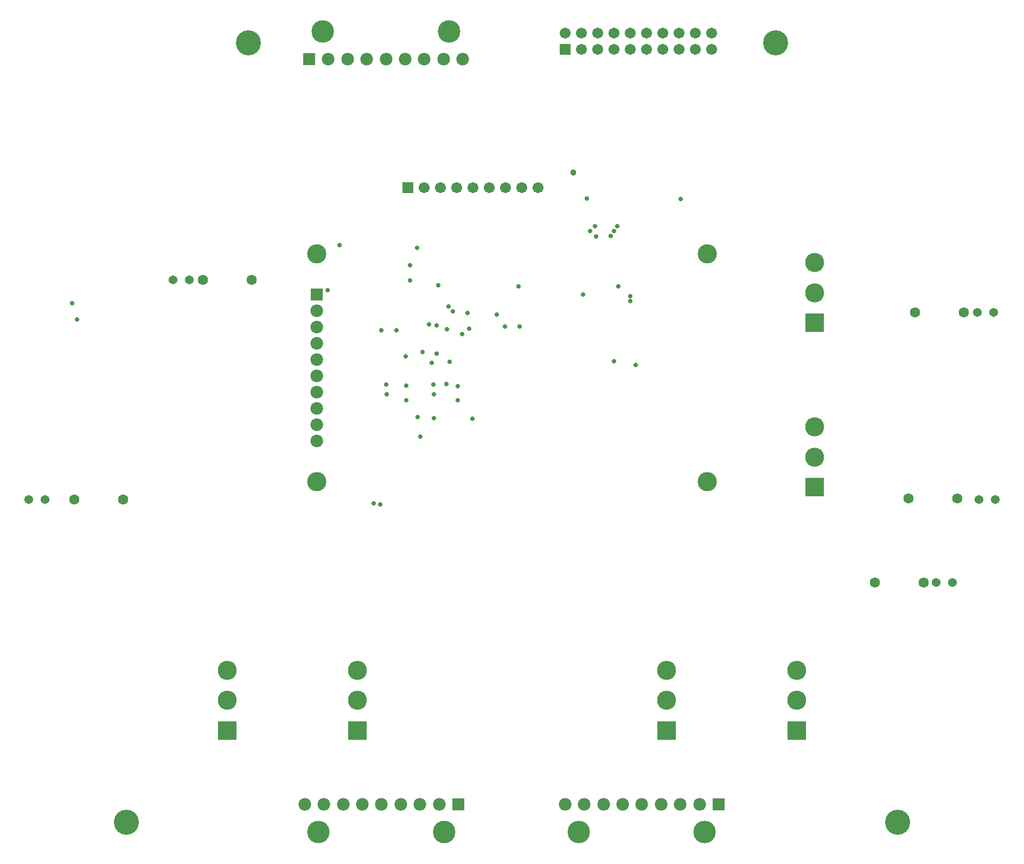
<source format=gbs>
G04*
G04 #@! TF.GenerationSoftware,Altium Limited,Altium Designer,20.0.9 (164)*
G04*
G04 Layer_Color=16711935*
%FSLAX25Y25*%
%MOIN*%
G70*
G01*
G75*
%ADD33C,0.05400*%
%ADD34R,0.07800X0.07800*%
%ADD35C,0.07800*%
%ADD36C,0.13800*%
%ADD37C,0.15400*%
%ADD38R,0.06706X0.06706*%
%ADD39C,0.06706*%
%ADD40C,0.06312*%
%ADD41C,0.11800*%
%ADD42R,0.11725X0.11725*%
%ADD43C,0.11725*%
%ADD44C,0.02800*%
%ADD45C,0.03800*%
D33*
X532500Y172500D02*
D03*
X522500D02*
D03*
X559000Y223500D02*
D03*
X549000D02*
D03*
X558000Y338500D02*
D03*
X548000D02*
D03*
X-35000Y223500D02*
D03*
X-25000D02*
D03*
X53559Y358500D02*
D03*
X63559D02*
D03*
D34*
X228950Y36000D02*
D03*
X388950D02*
D03*
X137300Y494000D02*
D03*
X142000Y349500D02*
D03*
D35*
X217150Y36000D02*
D03*
X205350D02*
D03*
X193550D02*
D03*
X181750D02*
D03*
X169950D02*
D03*
X158150D02*
D03*
X146350D02*
D03*
X134550D02*
D03*
X377150D02*
D03*
X365350D02*
D03*
X353550D02*
D03*
X341750D02*
D03*
X329950D02*
D03*
X318150D02*
D03*
X306350D02*
D03*
X294550D02*
D03*
X149100Y494000D02*
D03*
X160900D02*
D03*
X172700D02*
D03*
X184500D02*
D03*
X196300D02*
D03*
X208100D02*
D03*
X219900D02*
D03*
X231700D02*
D03*
X142000Y259500D02*
D03*
Y269500D02*
D03*
Y279500D02*
D03*
Y289500D02*
D03*
Y299500D02*
D03*
Y309500D02*
D03*
Y319500D02*
D03*
Y329500D02*
D03*
Y339500D02*
D03*
D36*
X220450Y19000D02*
D03*
X142850D02*
D03*
X380450D02*
D03*
X302850D02*
D03*
X145800Y511000D02*
D03*
X223400D02*
D03*
D37*
X25000Y25000D02*
D03*
X499000D02*
D03*
X424000Y504000D02*
D03*
X100000D02*
D03*
D38*
X198000Y415000D02*
D03*
X294500Y500000D02*
D03*
D39*
X218000Y415000D02*
D03*
X228000D02*
D03*
X238000D02*
D03*
X248000D02*
D03*
X258000D02*
D03*
X268000D02*
D03*
X278000D02*
D03*
X208000D02*
D03*
X384500Y510000D02*
D03*
X374500D02*
D03*
X364500D02*
D03*
X354500D02*
D03*
X344500D02*
D03*
X334500D02*
D03*
X324500D02*
D03*
X314500D02*
D03*
X304500D02*
D03*
X294500D02*
D03*
X384500Y500000D02*
D03*
X374500D02*
D03*
X364500D02*
D03*
X354500D02*
D03*
X344500D02*
D03*
X334500D02*
D03*
X324500D02*
D03*
X314500D02*
D03*
X304500D02*
D03*
D40*
X102000Y358500D02*
D03*
X72000D02*
D03*
X485000Y172500D02*
D03*
X515000D02*
D03*
X535500Y224000D02*
D03*
X505500D02*
D03*
X-7000Y223500D02*
D03*
X23000D02*
D03*
X509500Y338500D02*
D03*
X539500D02*
D03*
D41*
X142000Y374500D02*
D03*
Y234500D02*
D03*
X382000D02*
D03*
Y374500D02*
D03*
D42*
X87000Y81500D02*
D03*
X167000D02*
D03*
X357000D02*
D03*
X448000Y231000D02*
D03*
Y332000D02*
D03*
X437000Y81500D02*
D03*
D43*
X87000Y100004D02*
D03*
Y118508D02*
D03*
X167000Y100004D02*
D03*
Y118508D02*
D03*
X357000Y100004D02*
D03*
Y118508D02*
D03*
X448000Y249504D02*
D03*
Y268008D02*
D03*
Y369008D02*
D03*
Y350504D02*
D03*
X437000Y100004D02*
D03*
Y118508D02*
D03*
D44*
X203500Y378000D02*
D03*
X197000Y284500D02*
D03*
Y293500D02*
D03*
X228500Y293000D02*
D03*
Y284500D02*
D03*
X148500Y352000D02*
D03*
X327378Y354500D02*
D03*
X305505Y349500D02*
D03*
X191000Y327315D02*
D03*
X181500D02*
D03*
X266500Y329870D02*
D03*
X257500Y329685D02*
D03*
X199185Y358000D02*
D03*
Y367500D02*
D03*
X156050Y379950D02*
D03*
X334500Y348500D02*
D03*
Y345500D02*
D03*
X326500Y391500D02*
D03*
X324500Y388500D02*
D03*
X322500Y385500D02*
D03*
X266000Y354500D02*
D03*
X-5500Y334000D02*
D03*
X181000Y220500D02*
D03*
X177000Y221000D02*
D03*
X252500Y337000D02*
D03*
X216500Y355000D02*
D03*
X207000Y314000D02*
D03*
X213500Y294000D02*
D03*
X214000Y273500D02*
D03*
X205500Y262000D02*
D03*
X204000Y274000D02*
D03*
X214000Y288000D02*
D03*
X185000D02*
D03*
X184500Y294000D02*
D03*
X212500Y307500D02*
D03*
X215500Y313000D02*
D03*
X237500Y273000D02*
D03*
X215500Y330500D02*
D03*
X196500Y311500D02*
D03*
X-8500Y344000D02*
D03*
X231445Y325055D02*
D03*
X338000Y306000D02*
D03*
X324500Y308500D02*
D03*
X235500Y328500D02*
D03*
X222000Y328000D02*
D03*
X310000Y388500D02*
D03*
X313500Y385000D02*
D03*
X211000Y331000D02*
D03*
X223000Y342000D02*
D03*
X225500Y339000D02*
D03*
X365500Y408000D02*
D03*
X308000Y408500D02*
D03*
X313000Y391500D02*
D03*
X234500Y338000D02*
D03*
X223500Y308000D02*
D03*
X221500Y294500D02*
D03*
D45*
X299500Y424500D02*
D03*
M02*

</source>
